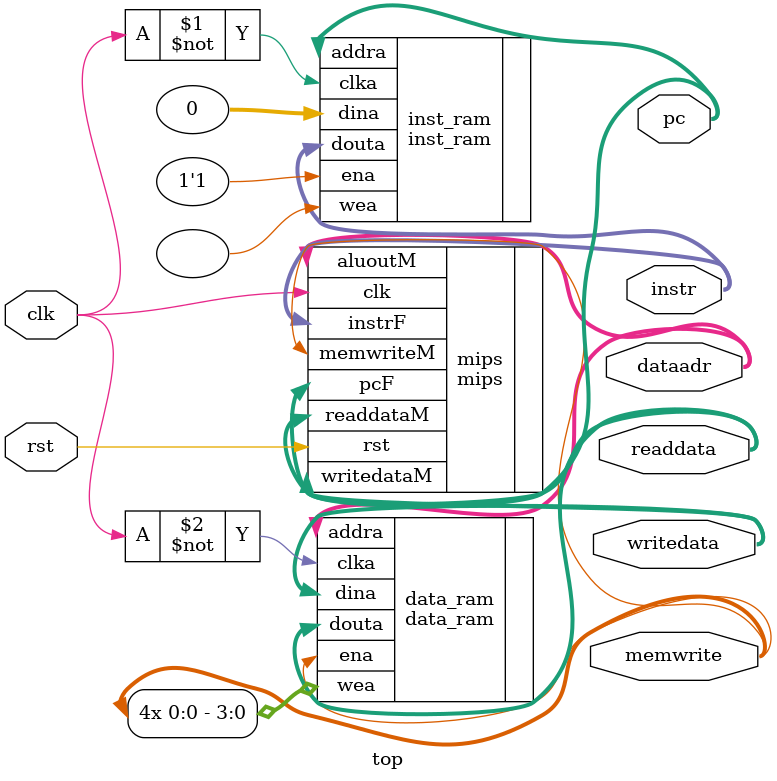
<source format=v>
`timescale 1ns / 1ps


module top(
	input wire clk,rst,
	output wire[31:0] writedata,dataadr,
	output wire memwrite,
	output [31:0] instr,pc,readdata
);

wire[31:0] pc,instr,readdata;

mips mips(
	.clk(clk),
	.rst(rst),
	.pcF(pc),
	.instrF(instr),
	.memwriteM(memwrite),
	.aluoutM(dataadr),
	.writedataM(writedata),
	.readdataM(readdata)
);

inst_ram inst_ram (
  .clka(~clk),    // input wire clka
  .ena(1'b1),      // input wire ena
  .wea(),      // input wire [3 : 0] wea
  .addra(pc),  // input wire [31 : 0] addra
  .dina(32'b0),    // input wire [31 : 0] dina
  .douta(instr)  // output wire [31 : 0] douta
);

//inst_mem imem(~clk,pc[31:0],instr);
//data_mem dmem(~clk,memwrite,dataadr,writedata,readdata);
data_ram data_ram (
  .clka(~clk),    // input wire clka
  .ena(memwrite),      // input wire ena
  .wea({4{memwrite}}),      // input wire [3 : 0] wea
  .addra(dataadr),  // input wire [31 : 0] addra
  .dina(writedata),    // input wire [31 : 0] dina
  .douta(readdata)  // output wire [31 : 0] douta
);
endmodule

</source>
